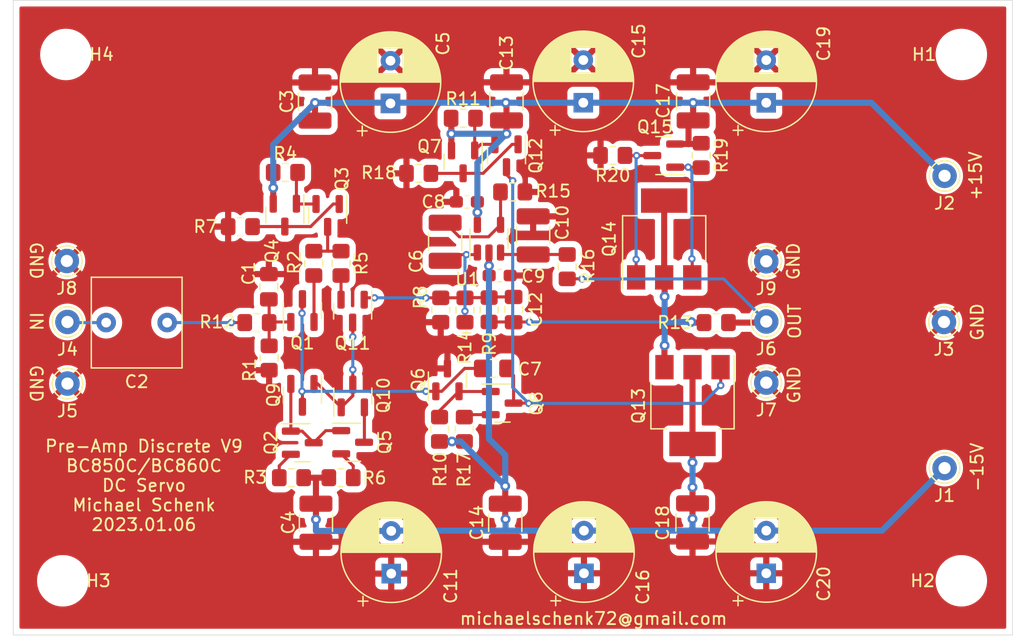
<source format=kicad_pcb>
(kicad_pcb (version 20211014) (generator pcbnew)
  (layers (0 "F.Cu" signal) (31 "B.Cu" signal) (34 "B.Paste" user) (35 "F.Paste" user) (36 "B.SilkS" user "B.Silkscreen") (37 "F.SilkS" user "F.Silkscreen") (38 "B.Mask" user) (39 "F.Mask" user) (44 "Edge.Cuts" user))
  (net 0 "")
  (net 1 "GND")
  (net 2 "+15V")
  (net 3 "Net-(C2-Pad2)")
  (net 4 "Net-(C2-Pad1)")
  (net 5 "-15V")
  (net 6 "Net-(C1-Pad2)")
  (net 7 "Net-(C7-Pad1)")
  (net 8 "Net-(C10-Pad2)")
  (net 9 "Net-(Q3-Pad3)")
  (net 10 "Net-(C7-Pad2)")
  (net 11 "Net-(Q6-Pad2)")
  (net 12 "Net-(Q2-Pad1)")
  (net 13 "Net-(Q3-Pad1)")
  (net 14 "Net-(Q3-Pad2)")
  (net 15 "Net-(C6-Pad2)")
  (net 16 "DCSERVO_OUT")
  (net 17 "DCSERVO_IN")
  (net 18 "Net-(Q1-Pad2)")
  (net 19 "Net-(Q2-Pad2)")
  (net 20 "Net-(Q10-Pad2)")
  (net 21 "Net-(Q5-Pad2)")
  (net 22 "Net-(Q11-Pad2)")
  (net 23 "Net-(Q12-Pad2)")
  (net 24 "Net-(Q12-Pad1)")
  (net 25 "Net-(Q10-Pad1)")
  (net 26 "Net-(Q11-Pad1)")
  (net 27 "Net-(Q13-Pad3)")
  (net 28 "Net-(Q8-Pad2)")
  (net 29 "Net-(Q14-Pad1)")
  (net 30 "Net-(Q14-Pad3)")
  (footprint "Capacitor_THT:C_Rect_L7.2mm_W7.2mm_P5.00mm_FKS2_FKP2_MKS2_MKP2" (layer "F.Cu") (at 134.54 122.3264 180)
    (fp_text reference "C2")
    (fp_text value "2.2uF")
  )
  (footprint "MountingHole:MountingHole_3.2mm_M3" (layer "F.Cu") (at 125.984 143.51)
    (fp_text reference "H3")
    (fp_text value "MountingHole")
  )
  (footprint "Connector_Pin:Pin_D1.0mm_L10.0mm" (layer "F.Cu") (at 126.365 122.2756)
    (fp_text reference "J4")
    (fp_text value "Conn_01x01")
  )
  (footprint "Connector_Pin:Pin_D1.0mm_L10.0mm" (layer "F.Cu") (at 126.365 127.3302)
    (fp_text reference "J5")
    (fp_text value "Conn_01x01")
  )
  (footprint "Package_TO_SOT_SMD:SOT-23" (layer "F.Cu") (at 157.5156 127.0277 90)
    (fp_text reference "Q6")
    (fp_text value "BC850C")
  )
  (footprint "Package_TO_SOT_SMD:SOT-23" (layer "F.Cu") (at 158.8008 109.1415 -90)
    (fp_text reference "Q7")
    (fp_text value "BC860C")
  )
  (footprint "Resistor_SMD:R_0805_2012Metric_Pad1.20x1.40mm_HandSolder" (layer "F.Cu") (at 142.9004 125.2314 -90)
    (fp_text reference "R1")
    (fp_text value "47k")
  )
  (footprint "Resistor_SMD:R_0805_2012Metric_Pad1.20x1.40mm_HandSolder" (layer "F.Cu") (at 146.558 117.4656 -90)
    (fp_text reference "R2")
    (fp_text value "100R")
  )
  (footprint "Resistor_SMD:R_0805_2012Metric_Pad1.20x1.40mm_HandSolder" (layer "F.Cu") (at 144.7292 135.0518)
    (fp_text reference "R3")
    (fp_text value "68R")
  )
  (footprint "Resistor_SMD:R_0805_2012Metric_Pad1.20x1.40mm_HandSolder" (layer "F.Cu") (at 148.7932 117.4656 -90)
    (fp_text reference "R5")
    (fp_text value "100R")
  )
  (footprint "Resistor_SMD:R_0805_2012Metric_Pad1.20x1.40mm_HandSolder" (layer "F.Cu") (at 148.7932 135.0518 180)
    (fp_text reference "R6")
    (fp_text value "68R")
  )
  (footprint "Resistor_SMD:R_0805_2012Metric_Pad1.20x1.40mm_HandSolder" (layer "F.Cu") (at 160.9344 121.2756 90)
    (fp_text reference "R9")
    (fp_text value "10k")
  )
  (footprint "Resistor_SMD:R_0805_2012Metric_Pad1.20x1.40mm_HandSolder" (layer "F.Cu") (at 156.8704 131.08 -90)
    (fp_text reference "R10")
    (fp_text value "1k")
  )
  (footprint "MountingHole:MountingHole_3.2mm_M3" (layer "F.Cu") (at 199.644 143.51)
    (fp_text reference "H2")
    (fp_text value "MountingHole")
  )
  (footprint "MountingHole:MountingHole_3.2mm_M3" (layer "F.Cu") (at 199.644 100.33)
    (fp_text reference "H1")
    (fp_text value "MountingHole")
  )
  (footprint "Resistor_SMD:R_0805_2012Metric_Pad1.20x1.40mm_HandSolder" (layer "F.Cu") (at 158.8168 105.5624)
    (fp_text reference "R11")
    (fp_text value "75R")
  )
  (footprint "MountingHole:MountingHole_3.2mm_M3" (layer "F.Cu") (at 126.238 100.33)
    (fp_text reference "H4")
    (fp_text value "MountingHole")
  )
  (footprint "Resistor_SMD:R_0805_2012Metric_Pad1.20x1.40mm_HandSolder" (layer "F.Cu") (at 156.9659 121.2944 -90)
    (fp_text reference "R8")
    (fp_text value "4.7k")
  )
  (footprint "Connector_Pin:Pin_D1.0mm_L10.0mm" (layer "F.Cu") (at 183.652176 122.2375)
    (fp_text reference "J6")
    (fp_text value "Conn_01x01")
  )
  (footprint "Connector_Pin:Pin_D1.0mm_L10.0mm" (layer "F.Cu") (at 183.652176 127.254)
    (fp_text reference "J7")
    (fp_text value "Conn_01x01")
  )
  (footprint "Resistor_SMD:R_0805_2012Metric_Pad1.20x1.40mm_HandSolder" (layer "F.Cu") (at 179.553376 122.3264 180)
    (fp_text reference "R13")
    (fp_text value "47R")
  )
  (footprint "Package_TO_SOT_SMD:SOT-23" (layer "F.Cu") (at 162.0012 128.9304)
    (fp_text reference "Q8")
    (fp_text value "BC850C")
  )
  (footprint "Capacitor_SMD:C_1210_3225Metric_Pad1.33x2.70mm_HandSolder" (layer "F.Cu") (at 157.3287 115.6931 90)
    (fp_text reference "C6")
    (fp_text value "1uF/16V")
  )
  (footprint "Capacitor_SMD:C_0603_1608Metric_Pad1.08x0.95mm_HandSolder" (layer "F.Cu") (at 159.1078 112.4204)
    (fp_text reference "C8")
    (fp_text value "100nF")
  )
  (footprint "Capacitor_SMD:C_0603_1608Metric_Pad1.08x0.95mm_HandSolder" (layer "F.Cu") (at 161.798 118.4656 180)
    (fp_text reference "C9")
    (fp_text value "100nF")
  )
  (footprint "Capacitor_SMD:C_1210_3225Metric_Pad1.33x2.70mm_HandSolder" (layer "F.Cu") (at 164.5423 115.1759 -90)
    (fp_text reference "C10")
    (fp_text value "1uF/16V")
  )
  (footprint "Connector_Pin:Pin_D1.0mm_L10.0mm" (layer "F.Cu") (at 198.2724 134.2644)
    (fp_text reference "J1")
    (fp_text value "Conn_01x01")
  )
  (footprint "Connector_Pin:Pin_D1.0mm_L10.0mm" (layer "F.Cu") (at 198.2724 110.2868)
    (fp_text reference "J2")
    (fp_text value "Conn_01x01")
  )
  (footprint "Connector_Pin:Pin_D1.0mm_L10.0mm" (layer "F.Cu") (at 198.2216 122.2756)
    (fp_text reference "J3")
    (fp_text value "Conn_01x01")
  )
  (footprint "Package_TO_SOT_SMD:SOT-23" (layer "F.Cu") (at 147.6949 113.5346 -90)
    (fp_text reference "Q3")
    (fp_text value "BC860C")
  )
  (footprint "Package_TO_SOT_SMD:SOT-23" (layer "F.Cu") (at 144.1856 113.5103 -90)
    (fp_text reference "Q4")
    (fp_text value "BC860C")
  )
  (footprint "Resistor_SMD:R_0805_2012Metric_Pad1.20x1.40mm_HandSolder" (layer "F.Cu") (at 144.2306 110.0074)
    (fp_text reference "R4")
    (fp_text value "150R")
  )
  (footprint "Resistor_SMD:R_0805_2012Metric_Pad1.20x1.40mm_HandSolder" (layer "F.Cu") (at 140.5382 114.4524 180)
    (fp_text reference "R7")
    (fp_text value "10k")
  )
  (footprint "Resistor_SMD:R_0805_2012Metric_Pad1.20x1.40mm_HandSolder" (layer "F.Cu") (at 158.9532 121.2944 90)
    (fp_text reference "R14")
    (fp_text value "47k")
  )
  (footprint "Resistor_SMD:R_0805_2012Metric_Pad1.20x1.40mm_HandSolder" (layer "F.Cu") (at 162.8648 111.6076)
    (fp_text reference "R15")
    (fp_text value "160k")
  )
  (footprint "Resistor_SMD:R_0805_2012Metric_Pad1.20x1.40mm_HandSolder" (layer "F.Cu") (at 167.3352 117.7384 90)
    (fp_text reference "R16")
    (fp_text value "160k")
  )
  (footprint "Package_TO_SOT_SMD:TSOT-23-5" (layer "F.Cu") (at 160.9203 115.4411 90)
    (fp_text reference "U1")
    (fp_text value "OPA188xxDBV")
  )
  (footprint "Capacitor_SMD:C_0805_2012Metric_Pad1.18x1.45mm_HandSolder" (layer "F.Cu") (at 161.3115 126.0856 180)
    (fp_text reference "C7")
    (fp_text value "270pF/2%/Film")
  )
  (footprint "Package_TO_SOT_SMD:SOT-23" (layer "F.Cu") (at 145.6284 121.3381 90)
    (fp_text reference "Q1")
    (fp_text value "BC860C")
  )
  (footprint "Package_TO_SOT_SMD:SOT-23" (layer "F.Cu") (at 145.6159 132.1816)
    (fp_text reference "Q2")
    (fp_text value "BC850C")
  )
  (footprint "Package_TO_SOT_SMD:SOT-23" (layer "F.Cu") (at 149.7432 132.1433)
    (fp_text reference "Q5")
    (fp_text value "BC850C")
  )
  (footprint "Package_TO_SOT_SMD:SOT-23" (layer "F.Cu") (at 149.7432 121.3843 -90)
    (fp_text reference "Q11")
    (fp_text value "BC860C")
  )
  (footprint "Resistor_SMD:R_0805_2012Metric_Pad1.20x1.40mm_HandSolder" (layer "F.Cu") (at 171.069776 108.6104 180)
    (fp_text reference "R20")
    (fp_text value "10k")
  )
  (footprint "Package_TO_SOT_SMD:SOT-223-3_TabPin2" (layer "F.Cu") (at 175.284176 115.468 90)
    (fp_text reference "Q14")
    (fp_text value "DZT5401")
  )
  (footprint "Capacitor_THT:CP_Radial_D8.0mm_P3.50mm" (layer "F.Cu") (at 168.7068 142.8952 90)
    (fp_text reference "C16")
    (fp_text value "220uF")
  )
  (footprint "Capacitor_SMD:C_1210_3225Metric_Pad1.33x2.70mm_HandSolder" (layer "F.Cu") (at 177.657776 104.1785 -90)
    (fp_text reference "C17")
    (fp_text value "100nF")
  )
  (footprint "Resistor_SMD:R_0805_2012Metric_Pad1.20x1.40mm_HandSolder" (layer "F.Cu") (at 158.9024 131.08 -90)
    (fp_text reference "R17")
    (fp_text value "56")
  )
  (footprint "Connector_Pin:Pin_D1.0mm_L10.0mm" (layer "F.Cu") (at 126.3142 117.2718)
    (fp_text reference "J8")
    (fp_text value "Conn_01x01")
  )
  (footprint "Package_TO_SOT_SMD:SOT-23" (layer "F.Cu") (at 162.3568 108.6381 -90)
    (fp_text reference "Q12")
    (fp_text value "BC860C")
  )
  (footprint "Capacitor_THT:CP_Radial_D8.0mm_P3.50mm" (layer "F.Cu") (at 152.846212 104.3432 90)
    (fp_text reference "C5")
    (fp_text value "220uF")
  )
  (footprint "Capacitor_SMD:C_1210_3225Metric_Pad1.33x2.70mm_HandSolder" (layer "F.Cu") (at 146.7358 138.7471 -90)
    (fp_text reference "C4")
    (fp_text value "100nF")
  )
  (footprint "Package_TO_SOT_SMD:SOT-23" (layer "F.Cu") (at 175.247076 108.6256 180)
    (fp_text reference "Q15")
    (fp_text value "BC860C")
  )
  (footprint "Resistor_SMD:R_0805_2012Metric_Pad1.20x1.40mm_HandSolder" (layer "F.Cu") (at 178.318176 108.6104 -90)
    (fp_text reference "R19")
    (fp_text value "40.2R")
  )
  (footprint "Capacitor_THT:CP_Radial_D8.0mm_P3.50mm" (layer "F.Cu") (at 183.652176 104.2924 90)
    (fp_text reference "C19")
    (fp_text value "220uF")
  )
  (footprint "Connector_Pin:Pin_D1.0mm_L10.0mm" (layer "F.Cu") (at 183.652176 117.2972)
    (fp_text reference "J9")
    (fp_text value "Conn_01x01")
  )
  (footprint "Capacitor_SMD:C_0805_2012Metric_Pad1.18x1.45mm_HandSolder" (layer "F.Cu") (at 162.941 121.2596 90)
    (fp_text reference "C12")
    (fp_text value "2.7pF/COG")
  )
  (footprint "Capacitor_THT:CP_Radial_D8.0mm_P3.50mm" (layer "F.Cu") (at 168.654107 104.2872 90)
    (fp_text reference "C15")
    (fp_text value "220uF")
  )
  (footprint "Capacitor_SMD:C_1210_3225Metric_Pad1.33x2.70mm_HandSolder" (layer "F.Cu") (at 162.3568 104.1785 -90)
    (fp_text reference "C13")
    (fp_text value "100nF")
  )
  (footprint "Resistor_SMD:R_0805_2012Metric_Pad1.20x1.40mm_HandSolder" (layer "F.Cu") (at 155.1592 110.0836 180)
    (fp_text reference "R18")
    (fp_text value "10k")
  )
  (footprint "Package_TO_SOT_SMD:SOT-23" (layer "F.Cu") (at 149.7584 128.3439 90)
    (fp_text reference "Q10")
    (fp_text value "BC850C")
  )
  (footprint "Capacitor_SMD:C_1210_3225Metric_Pad1.33x2.70mm_HandSolder" (layer "F.Cu") (at 146.6596 104.1908 -90)
    (fp_text reference "C3")
    (fp_text value "100nF")
  )
  (footprint "Resistor_SMD:R_0805_2012Metric_Pad1.20x1.40mm_HandSolder" (layer "F.Cu") (at 141.9004 122.3264)
    (fp_text reference "R12")
    (fp_text value "0R")
  )
  (footprint "Capacitor_SMD:C_1210_3225Metric_Pad1.33x2.70mm_HandSolder" (layer "F.Cu") (at 177.606976 138.7225 -90)
    (fp_text reference "C18")
    (fp_text value "100nF")
  )
  (footprint "Package_TO_SOT_SMD:SOT-223-3_TabPin2" (layer "F.Cu") (at 177.606976 129.134 -90)
    (fp_text reference "Q13")
    (fp_text value "DZT5401")
  )
  (footprint "Capacitor_SMD:C_1210_3225Metric_Pad1.33x2.70mm_HandSolder" (layer "F.Cu") (at 162.2552 138.7471 -90)
    (fp_text reference "C14")
    (fp_text value "100nF")
  )
  (footprint "Capacitor_SMD:C_0805_2012Metric_Pad1.18x1.45mm_HandSolder" (layer "F.Cu") (at 142.875 119.3839 -90)
    (fp_text reference "C1")
    (fp_text value "33p")
  )
  (footprint "Capacitor_THT:CP_Radial_D8.0mm_P3.50mm" (layer "F.Cu") (at 183.652176 142.8952 90)
    (fp_text reference "C20")
    (fp_text value "220uF")
  )
  (footprint "Capacitor_THT:CP_Radial_D8.0mm_P3.50mm" (layer "F.Cu") (at 152.908 142.9206 90)
    (fp_text reference "C11")
    (fp_text value "220uF")
  )
  (footprint "Package_TO_SOT_SMD:SOT-23" (layer "F.Cu") (at 145.6284 128.2931 -90)
    (fp_text reference "Q9")
    (fp_text value "BC850C")
  )
  (gr_line (start 203.835 95.885) (end 121.92 95.885) (layer "Edge.Cuts") (width 0.05))
  (gr_line (start 203.835 147.955) (end 203.835 95.885) (layer "Edge.Cuts") (width 0.05))
  (gr_line (start 121.92 95.885) (end 121.92 96.52) (layer "Edge.Cuts") (width 0.05))
  (gr_line (start 121.92 96.52) (end 121.92 147.955) (layer "Edge.Cuts") (width 0.05))
  (gr_line (start 121.92 147.955) (end 203.835 147.955) (layer "Edge.Cuts") (width 0.05))
  (gr_text "GND" (at 185.928 127.4318 90) (layer "F.SilkS") (effects (font (size 1 1))))
  (gr_text "OUT" (at 185.9788 122.2248 90) (layer "F.SilkS") (effects (font (size 1 1))))
  (gr_text "GND" (at 200.9521 122.2756 90) (layer "F.SilkS") (effects (font (size 1 1))))
  (gr_text "Pre-Amp Discrete V9\nBC850C/BC860C\nDC Servo\nMichael Schenk\n2023.01.06" (at 132.6388 135.6868) (layer "F.SilkS") (effects (font (size 1 1))))
  (gr_text "michaelschenk72@gmail.com" (at 169.4942 146.6088) (layer "F.SilkS") (effects (font (size 1 1))))
  (gr_text "+15V" (at 200.8124 110.2868 90) (layer "F.SilkS") (effects (font (size 1 1))))
  (gr_text "GND" (at 185.8772 117.2972 90) (layer "F.SilkS") (effects (font (size 1 1))))
  (gr_text "IN" (at 123.7996 122.2248 270) (layer "F.SilkS") (effects (font (size 1 1))))
  (gr_text "GND" (at 123.7996 117.2464 270) (layer "F.SilkS") (effects (font (size 1 1))))
  (gr_text "-15V" (at 200.9394 134.1882 90) (layer "F.SilkS") (effects (font (size 1 1))))
  (gr_text "GND" (at 123.7996 127.3302 270) (layer "F.SilkS") (effects (font (size 1 1))))
  (segment (start 162.3568 105.741) (end 162.3568 104.3432) (width 0.5) (layer "F.Cu") (net 2))
  (segment (start 146.6596 104.2924) (end 146.6596 105.7533) (width 0.5) (layer "F.Cu") (net 2))
  (segment (start 157.8356 106.8324) (end 157.8356 108.1888) (width 0.5) (layer "F.Cu") (net 2))
  (segment (start 162.3568 104.3432) (end 162.3008 104.2872) (width 0.5) (layer "F.Cu") (net 2))
  (segment (start 157.8356 106.8324) (end 157.8356 105.5812) (width 0.5) (layer "F.Cu") (net 2))
  (segment (start 143.2356 111.2724) (end 143.2356 110.0124) (width 0.5) (layer "F.Cu") (net 2))
  (segment (start 177.657776 105.741) (end 177.657776 104.2924) (width 0.5) (layer "F.Cu") (net 2))
  (segment (start 162.3568 105.741) (end 162.3568 106.8324) (width 0.5) (layer "F.Cu") (net 2))
  (segment (start 177.281776 107.6756) (end 177.281776 106.117) (width 0.5) (layer "F.Cu") (net 2))
  (segment (start 159.9703 114.3036) (end 159.9703 113.2829) (width 0.5) (layer "F.Cu") (net 2))
  (segment (start 143.2356 112.5728) (end 143.2356 111.2724) (width 0.5) (layer "F.Cu") (net 2))
  (segment (start 177.281776 107.6756) (end 178.252976 107.6756) (width 0.5) (layer "F.Cu") (net 2))
  (segment (start 159.9703 113.2829) (end 159.9703 112.4204) (width 0.5) (layer "F.Cu") (net 2))
  (segment (start 176.184576 107.6756) (end 177.281776 107.6756) (width 0.5) (layer "F.Cu") (net 2))
  (via (at 157.8356 106.8324) (size 0.8) (drill 0.4) (layers "F.Cu" "B.Cu") (net 2))
  (via (at 143.2356 111.2724) (size 0.8) (drill 0.4) (layers "F.Cu" "B.Cu") (net 2))
  (via (at 146.6596 104.2924) (size 0.8) (drill 0.4) (layers "F.Cu" "B.Cu") (net 2))
  (via (at 159.9703 113.2829) (size 0.8) (drill 0.4) (layers "F.Cu" "B.Cu") (net 2))
  (via (at 162.3008 104.2872) (size 0.8) (drill 0.4) (layers "F.Cu" "B.Cu") (net 2))
  (via (at 162.3568 106.8324) (size 0.8) (drill 0.4) (layers "F.Cu" "B.Cu") (net 2))
  (via (at 177.657776 104.2924) (size 0.8) (drill 0.4) (layers "F.Cu" "B.Cu") (net 2))
  (segment (start 177.652576 104.2872) (end 168.654107 104.2872) (width 0.5) (layer "B.Cu") (net 2))
  (segment (start 177.657776 104.2924) (end 177.652576 104.2872) (width 0.5) (layer "B.Cu") (net 2))
  (segment (start 162.3008 104.2872) (end 150.5764 104.2872) (width 0.5) (layer "B.Cu") (net 2))
  (segment (start 168.654107 104.2872) (end 162.3008 104.2872) (width 0.5) (layer "B.Cu") (net 2))
  (segment (start 162.3568 106.8324) (end 157.8356 106.8324) (width 0.5) (layer "B.Cu") (net 2))
  (segment (start 143.2356 111.2724) (end 143.2356 107.7164) (width 0.5) (layer "B.Cu") (net 2))
  (segment (start 143.2356 107.7164) (end 146.6596 104.2924) (width 0.5) (layer "B.Cu") (net 2))
  (segment (start 159.9703 109.2189) (end 162.3568 106.8324) (width 0.5) (layer "B.Cu") (net 2))
  (segment (start 150.5764 104.2872) (end 150.5712 104.2924) (width 0.5) (layer "B.Cu") (net 2))
  (segment (start 150.5712 104.2924) (end 146.6596 104.2924) (width 0.5) (layer "B.Cu") (net 2))
  (segment (start 183.652176 104.2924) (end 177.657776 104.2924) (width 0.5) (layer "B.Cu") (net 2))
  (segment (start 183.652176 104.2924) (end 192.278 104.2924) (width 0.5) (layer "B.Cu") (net 2))
  (segment (start 192.278 104.2924) (end 198.2724 110.2868) (width 0.5) (layer "B.Cu") (net 2))
  (segment (start 159.9703 113.2829) (end 159.9703 109.2189) (width 0.5) (layer "B.Cu") (net 2))
  (segment (start 129.54 122.3264) (end 126.4158 122.3264) (width 0.25) (layer "B.Cu") (net 3))
  (segment (start 140.9004 122.3264) (end 139.8016 122.3264) (width 0.25) (layer "F.Cu") (net 4))
  (via (at 139.8016 122.3264) (size 0.6) (drill 0.3) (layers "F.Cu" "B.Cu") (net 4))
  (segment (start 139.8016 122.3264) (end 134.54 122.3264) (width 0.25) (layer "B.Cu") (net 4))
  (segment (start 146.7358 138.4808) (end 146.7358 137.1846) (width 0.5) (layer "F.Cu") (net 5))
  (segment (start 146.7358 135.0518) (end 145.7292 135.0518) (width 0.5) (layer "F.Cu") (net 5))
  (segment (start 160.9203 117.6669) (end 160.9203 118.4504) (width 0.5) (layer "F.Cu") (net 5))
  (segment (start 177.606976 132.284) (end 177.606976 125.984) (width 0.5) (layer "F.Cu") (net 5))
  (segment (start 146.7358 137.1846) (end 146.7358 135.0518) (width 0.5) (layer "F.Cu") (net 5))
  (segment (start 177.606976 133.8072) (end 177.606976 132.284) (width 0.5) (layer "F.Cu") (net 5))
  (segment (start 162.2552 137.1846) (end 162.2552 138.43) (width 0.5) (layer "F.Cu") (net 5))
  (segment (start 160.9203 116.5786) (end 160.9203 117.6669) (width 0.5) (layer "F.Cu") (net 5))
  (segment (start 177.606976 137.16) (end 177.606976 138.43) (width 0.5) (layer "F.Cu") (net 5))
  (segment (start 147.7932 135.0518) (end 146.7358 135.0518) (width 0.5) (layer "F.Cu") (net 5))
  (segment (start 177.606976 137.16) (end 177.606976 135.8392) (width 0.5) (layer "F.Cu") (net 5))
  (segment (start 162.2552 138.43) (end 162.2806 138.4554) (width 0.5) (layer "F.Cu") (net 5))
  (segment (start 158.9024 132.08) (end 157.8864 132.08) (width 0.5) (layer "F.Cu") (net 5))
  (segment (start 162.2552 137.1846) (end 162.2552 135.7376) (width 0.5) (layer "F.Cu") (net 5))
  (segment (start 157.8864 132.08) (end 156.8704 132.08) (width 0.5) (layer "F.Cu") (net 5))
  (via (at 162.2552 135.7376) (size 0.8) (drill 0.4) (layers "F.Cu" "B.Cu") (net 5))
  (via (at 177.606976 138.43) (size 0.8) (drill 0.4) (layers "F.Cu" "B.Cu") (net 5))
  (via (at 160.9203 117.6669) (size 0.8) (drill 0.4) (layers "F.Cu" "B.Cu") (net 5))
  (via (at 177.606976 135.8392) (size 0.8) (drill 0.4) (layers "F.Cu" "B.Cu") (net 5))
  (via (at 162.2806 138.4554) (size 0.8) (drill 0.4) (layers "F.Cu" "B.Cu") (net 5))
  (via (at 146.7358 138.4808) (size 0.8) (drill 0.4) (layers "F.Cu" "B.Cu") (net 5))
  (via (at 177.606976 133.8072) (size 0.8) (drill 0.4) (layers "F.Cu" "B.Cu") (net 5))
  (via (at 157.8864 132.08) (size 0.8) (drill 0.4) (layers "F.Cu" "B.Cu") (net 5))
  (segment (start 158.5976 132.08) (end 157.8864 132.08) (width 0.5) (layer "B.Cu") (net 5))
  (segment (start 177.606976 138.43) (end 177.606976 139.192) (width 0.5) (layer "B.Cu") (net 5))
  (segment (start 177.403776 139.3952) (end 168.7068 139.3952) (width 0.5) (layer "B.Cu") (net 5))
  (segment (start 183.652176 139.3952) (end 177.403776 139.3952) (width 0.5) (layer "B.Cu") (net 5))
  (segment (start 168.7068 139.3952) (end 162.2806 139.3952) (width 0.5) (layer "B.Cu") (net 5))
  (segment (start 162.2552 133.1976) (end 162.2552 135.7376) (width 0.5) (layer "B.Cu") (net 5))
  (segment (start 162.2806 138.4554) (end 162.2806 139.3952) (width 0.5) (layer "B.Cu") (net 5))
  (segment (start 160.9203 131.8627) (end 162.2552 133.1976) (width 0.5) (layer "B.Cu") (net 5))
  (segment (start 193.1416 139.3952) (end 198.2724 134.2644) (width 0.5) (layer "B.Cu") (net 5))
  (segment (start 162.2552 135.7376) (end 158.5976 132.08) (width 0.5) (layer "B.Cu") (net 5))
  (segment (start 177.606976 139.192) (end 177.403776 139.3952) (width 0.5) (layer "B.Cu") (net 5))
  (segment (start 183.652176 139.3952) (end 193.1416 139.3952) (width 0.5) (layer "B.Cu") (net 5))
  (segment (start 177.606976 135.8392) (end 177.606976 133.8072) (width 0.5) (layer "B.Cu") (net 5))
  (segment (start 162.2806 139.3952) (end 152.9334 139.3952) (width 0.5) (layer "B.Cu") (net 5))
  (segment (start 146.7358 139.4206) (end 146.7358 138.4808) (width 0.5) (layer "B.Cu") (net 5))
  (segment (start 152.908 139.4206) (end 146.7358 139.4206) (width 0.5) (layer "B.Cu") (net 5))
  (segment (start 160.9203 117.6669) (end 160.9203 131.8627) (width 0.5) (layer "B.Cu") (net 5))
  (segment (start 142.9004 122.3264) (end 142.9004 120.4468) (width 0.25) (layer "F.Cu") (net 6))
  (segment (start 142.9004 124.2314) (end 142.9004 122.3264) (width 0.25) (layer "F.Cu") (net 6))
  (segment (start 144.6784 122.2756) (end 142.9512 122.2756) (width 0.25) (layer "F.Cu") (net 6))
  (segment (start 164.1602 128.9304) (end 164.1856 128.9558) (width 0.25) (layer "F.Cu") (net 7))
  (segment (start 162.9387 126.6753) (end 162.349 126.0856) (width 0.25) (layer "F.Cu") (net 7))
  (segment (start 162.9387 128.9304) (end 162.9387 126.6753) (width 0.25) (layer "F.Cu") (net 7))
  (segment (start 162.3568 110.1852) (end 162.8648 110.6932) (width 0.25) (layer "F.Cu") (net 7))
  (segment (start 179.918376 127.4826) (end 179.918376 125.9954) (width 0.25) (layer "F.Cu") (net 7))
  (segment (start 162.9387 128.9304) (end 164.1602 128.9304) (width 0.25) (layer "F.Cu") (net 7))
  (via (at 179.918376 127.4826) (size 0.6) (drill 0.3) (layers "F.Cu" "B.Cu") (net 7))
  (via (at 162.8648 110.6932) (size 0.6) (drill 0.3) (layers "F.Cu" "B.Cu") (net 7))
  (via (at 164.1856 128.9558) (size 0.6) (drill 0.3) (layers "F.Cu" "B.Cu") (net 7))
  (segment (start 178.445176 128.9558) (end 179.918376 127.4826) (width 0.25) (layer "B.Cu") (net 7))
  (segment (start 162.8648 110.6932) (end 162.8648 127.635) (width 0.25) (layer "B.Cu") (net 7))
  (segment (start 164.1856 128.9558) (end 178.445176 128.9558) (width 0.25) (layer "B.Cu") (net 7))
  (segment (start 162.8648 127.635) (end 164.1856 128.9558) (width 0.25) (layer "B.Cu") (net 7))
  (segment (start 167.3352 116.7384) (end 164.5423 116.7384) (width 0.25) (layer "F.Cu") (net 8))
  (segment (start 164.5423 116.7384) (end 161.883 116.7384) (width 0.25) (layer "F.Cu") (net 8))
  (segment (start 148.7932 116.4656) (end 147.7584 116.4656) (width 0.25) (layer "F.Cu") (net 9))
  (segment (start 147.6949 116.4021) (end 147.7584 116.4656) (width 0.25) (layer "F.Cu") (net 9))
  (segment (start 147.7584 116.4656) (end 146.558 116.4656) (width 0.25) (layer "F.Cu") (net 9))
  (segment (start 147.6949 114.4721) (end 147.6949 116.4021) (width 0.25) (layer "F.Cu") (net 9))
  (segment (start 156.5656 127.9652) (end 157.049851 127.9652) (width 0.25) (layer "F.Cu") (net 10))
  (segment (start 145.6284 129.2306) (end 145.6284 128.0008) (width 0.25) (layer "F.Cu") (net 10))
  (segment (start 155.7528 127.9652) (end 156.5656 127.9652) (width 0.25) (layer "F.Cu") (net 10))
  (segment (start 145.5928 121.5644) (end 145.5928 120.4362) (width 0.25) (layer "F.Cu") (net 10))
  (segment (start 158.929451 126.0856) (end 160.274 126.0856) (width 0.25) (layer "F.Cu") (net 10))
  (segment (start 145.6284 128.0008) (end 145.5928 127.9652) (width 0.25) (layer "F.Cu") (net 10))
  (segment (start 157.049851 127.9652) (end 158.929451 126.0856) (width 0.25) (layer "F.Cu") (net 10))
  (via (at 155.7528 127.9652) (size 0.6) (drill 0.3) (layers "F.Cu" "B.Cu") (net 10))
  (via (at 145.5928 127.9652) (size 0.6) (drill 0.3) (layers "F.Cu" "B.Cu") (net 10))
  (via (at 145.5928 121.5644) (size 0.6) (drill 0.3) (layers "F.Cu" "B.Cu") (net 10))
  (segment (start 145.5928 127.9652) (end 145.5928 121.5644) (width 0.25) (layer "B.Cu") (net 10))
  (segment (start 145.5928 127.9652) (end 155.7528 127.9652) (width 0.25) (layer "B.Cu") (net 10))
  (segment (start 158.4656 127.9652) (end 156.8704 129.5604) (width 0.25) (layer "F.Cu") (net 11))
  (segment (start 161.0637 127.9804) (end 158.4808 127.9804) (width 0.25) (layer "F.Cu") (net 11))
  (segment (start 156.8704 129.5604) (end 156.8704 130.08) (width 0.25) (layer "F.Cu") (net 11))
  (segment (start 144.6784 127.3556) (end 144.6784 131.2316) (width 0.25) (layer "F.Cu") (net 12))
  (segment (start 145.6034 131.2316) (end 146.5534 132.1816) (width 0.25) (layer "F.Cu") (net 12))
  (segment (start 144.6784 131.2316) (end 145.6034 131.2316) (width 0.25) (layer "F.Cu") (net 12))
  (segment (start 147.5417 131.1933) (end 146.5534 132.1816) (width 0.25) (layer "F.Cu") (net 12))
  (segment (start 148.8057 131.1933) (end 147.5417 131.1933) (width 0.25) (layer "F.Cu") (net 12))
  (segment (start 148.154151 112.5971) (end 148.6449 112.5971) (width 0.25) (layer "F.Cu") (net 13))
  (segment (start 144.1856 114.4478) (end 141.5428 114.4478) (width 0.25) (layer "F.Cu") (net 13))
  (segment (start 144.1856 114.4478) (end 146.303451 114.4478) (width 0.25) (layer "F.Cu") (net 13))
  (segment (start 146.303451 114.4478) (end 148.154151 112.5971) (width 0.25) (layer "F.Cu") (net 13))
  (segment (start 146.7449 112.5971) (end 145.1599 112.5971) (width 0.25) (layer "F.Cu") (net 14))
  (segment (start 145.1356 112.5728) (end 145.1356 110.1024) (width 0.25) (layer "F.Cu") (net 14))
  (segment (start 161.8703 114.3036) (end 161.8703 111.6131) (width 0.25) (layer "F.Cu") (net 15))
  (segment (start 161.8703 114.3036) (end 160.8828 115.2911) (width 0.25) (layer "F.Cu") (net 15))
  (segment (start 158.4892 115.2911) (end 157.3287 114.1306) (width 0.25) (layer "F.Cu") (net 15))
  (segment (start 160.8828 115.2911) (end 158.4892 115.2911) (width 0.25) (layer "F.Cu") (net 15))
  (segment (start 159.0686 116.7511) (end 157.8332 116.7511) (width 0.25) (layer "F.Cu") (net 16))
  (segment (start 158.9532 122.2944) (end 158.9532 121.3939) (width 0.25) (layer "F.Cu") (net 16))
  (segment (start 159.9703 116.7511) (end 159.0686 116.7511) (width 0.25) (layer "F.Cu") (net 16))
  (via (at 159.0686 116.7511) (size 0.6) (drill 0.3) (layers "F.Cu" "B.Cu") (net 16))
  (via (at 158.9532 121.3939) (size 0.6) (drill 0.3) (layers "F.Cu" "B.Cu") (net 16))
  (segment (start 158.9532 121.3939) (end 158.9532 116.8665) (width 0.25) (layer "B.Cu") (net 16))
  (segment (start 158.9532 116.8665) (end 159.0686 116.7511) (width 0.25) (layer "B.Cu") (net 16))
  (segment (start 167.3352 118.7384) (end 168.5478 118.7384) (width 0.25) (layer "F.Cu") (net 17))
  (segment (start 180.553376 122.3264) (end 183.563276 122.3264) (width 0.5) (layer "F.Cu") (net 17))
  (segment (start 168.5478 118.7384) (end 168.5544 118.745) (width 0.25) (layer "F.Cu") (net 17))
  (via (at 168.5544 118.745) (size 0.6) (drill 0.3) (layers "F.Cu" "B.Cu") (net 17))
  (segment (start 180.159676 118.745) (end 183.652176 122.2375) (width 0.25) (layer "B.Cu") (net 17))
  (segment (start 168.5544 118.745) (end 180.159676 118.745) (width 0.25) (layer "B.Cu") (net 17))
  (segment (start 146.5784 122.2756) (end 146.5784 118.486) (width 0.25) (layer "F.Cu") (net 18))
  (segment (start 143.7292 134.0808) (end 144.6784 133.1316) (width 0.25) (layer "F.Cu") (net 19))
  (segment (start 143.7292 135.0518) (end 143.7292 134.0808) (width 0.25) (layer "F.Cu") (net 19))
  (segment (start 150.7084 129.2814) (end 150.7084 132.1156) (width 0.25) (layer "F.Cu") (net 20))
  (segment (start 149.7932 135.0518) (end 149.7932 134.0808) (width 0.25) (layer "F.Cu") (net 21))
  (segment (start 149.7932 134.0808) (end 148.8057 133.0933) (width 0.25) (layer "F.Cu") (net 21))
  (segment (start 148.7932 120.4468) (end 148.7932 118.4656) (width 0.25) (layer "F.Cu") (net 22))
  (segment (start 161.4068 107.7006) (end 160.2542 107.7006) (width 0.25) (layer "F.Cu") (net 23))
  (segment (start 160.2542 107.7006) (end 159.7508 108.204) (width 0.25) (layer "F.Cu") (net 23))
  (segment (start 159.7508 108.204) (end 159.7508 105.6284) (width 0.25) (layer "F.Cu") (net 23))
  (segment (start 156.1592 110.0836) (end 158.7962 110.0836) (width 0.25) (layer "F.Cu") (net 24))
  (segment (start 163.3068 107.7006) (end 162.822549 107.7006) (width 0.25) (layer "F.Cu") (net 24))
  (segment (start 162.822549 107.7006) (end 160.444149 110.079) (width 0.25) (layer "F.Cu") (net 24))
  (segment (start 160.444149 110.079) (end 158.8008 110.079) (width 0.25) (layer "F.Cu") (net 24))
  (segment (start 149.7584 127.4064) (end 149.7584 128.3314) (width 0.25) (layer "F.Cu") (net 25))
  (segment (start 149.7584 128.3314) (end 148.8084 129.2814) (width 0.25) (layer "F.Cu") (net 25))
  (segment (start 146.8826 127.3556) (end 148.8084 129.2814) (width 0.25) (layer "F.Cu") (net 25))
  (segment (start 146.5784 127.3556) (end 146.8826 127.3556) (width 0.25) (layer "F.Cu") (net 25))
  (segment (start 149.7584 123.4948) (end 149.7584 122.337) (width 0.25) (layer "F.Cu") (net 25))
  (segment (start 149.7584 127.4064) (end 149.7584 126.1872) (width 0.25) (layer "F.Cu") (net 25))
  (via (at 149.7584 126.1872) (size 0.6) (drill 0.3) (layers "F.Cu" "B.Cu") (net 25))
  (via (at 149.7584 123.4948) (size 0.6) (drill 0.3) (layers "F.Cu" "B.Cu") (net 25))
  (segment (start 149.7584 126.1872) (end 149.7584 123.4948) (width 0.25) (layer "B.Cu") (net 25))
  (segment (start 151.5364 120.2944) (end 150.8456 120.2944) (width 0.25) (layer "F.Cu") (net 26))
  (segment (start 160.9344 120.2756) (end 158.972 120.2756) (width 0.25) (layer "F.Cu") (net 26))
  (segment (start 162.941 120.2221) (end 160.9879 120.2221) (width 0.25) (layer "F.Cu") (net 26))
  (segment (start 158.9532 120.2944) (end 156.9659 120.2944) (width 0.25) (layer "F.Cu") (net 26))
  (segment (start 160.9879 120.2221) (end 160.9344 120.2756) (width 0.25) (layer "F.Cu") (net 26))
  (segment (start 156.9659 120.2944) (end 155.7528 120.2944) (width 0.25) (layer "F.Cu") (net 26))
  (via (at 155.7528 120.2944) (size 0.6) (drill 0.3) (layers "F.Cu" "B.Cu") (net 26))
  (via (at 151.5364 120.2944) (size 0.6) (drill 0.3) (layers "F.Cu" "B.Cu") (net 26))
  (segment (start 155.7528 120.2944) (end 151.5364 120.2944) (width 0.25) (layer "B.Cu") (net 26))
  (segment (start 175.306976 125.984) (end 175.306976 124.22) (width 0.5) (layer "F.Cu") (net 27))
  (segment (start 177.556176 122.3264) (end 177.505376 122.2756) (width 0.5) (layer "F.Cu") (net 27))
  (segment (start 160.9344 122.2756) (end 164.2364 122.2756) (width 0.25) (layer "F.Cu") (net 27))
  (segment (start 175.306976 124.22) (end 175.320976 124.206) (width 0.5) (layer "F.Cu") (net 27))
  (segment (start 175.284176 118.618) (end 175.284176 112.318) (width 0.5) (layer "F.Cu") (net 27))
  (segment (start 178.553376 122.3264) (end 177.556176 122.3264) (width 0.5) (layer "F.Cu") (net 27))
  (segment (start 175.320976 120.1928) (end 175.320976 118.6548) (width 0.5) (layer "F.Cu") (net 27))
  (via (at 175.320976 120.1928) (size 0.8) (drill 0.4) (layers "F.Cu" "B.Cu") (net 27))
  (via (at 175.320976 124.206) (size 0.8) (drill 0.4) (layers "F.Cu" "B.Cu") (net 27))
  (via (at 164.2364 122.2756) (size 0.6) (drill 0.3) (layers "F.Cu" "B.Cu") (net 27))
  (via (at 177.505376 122.2756) (size 0.8) (drill 0.4) (layers "F.Cu" "B.Cu") (net 27))
  (segment (start 175.320976 124.206) (end 175.320976 122.3772) (width 0.5) (layer "B.Cu") (net 27))
  (segment (start 175.320976 122.3772) (end 175.320976 120.1928) (width 0.5) (layer "B.Cu") (net 27))
  (segment (start 175.422576 122.2756) (end 175.320976 122.3772) (width 0.5) (layer "B.Cu") (net 27))
  (segment (start 177.505376 122.2756) (end 175.422576 122.2756) (width 0.5) (layer "B.Cu") (net 27))
  (segment (start 164.2364 122.2756) (end 175.422576 122.2756) (width 0.25) (layer "B.Cu") (net 27))
  (segment (start 161.0637 129.8804) (end 159.102 129.8804) (width 0.25) (layer "F.Cu") (net 28))
  (segment (start 172.984176 118.618) (end 172.984176 117.1448) (width 0.25) (layer "F.Cu") (net 29))
  (segment (start 173.019776 108.6256) (end 172.084976 108.6256) (width 0.25) (layer "F.Cu") (net 29))
  (segment (start 174.309576 108.6256) (end 173.019776 108.6256) (width 0.25) (layer "F.Cu") (net 29))
  (via (at 173.019776 108.6256) (size 0.6) (drill 0.3) (layers "F.Cu" "B.Cu") (net 29))
  (via (at 172.984176 117.1448) (size 0.6) (drill 0.3) (layers "F.Cu" "B.Cu") (net 29))
  (segment (start 172.984176 117.1448) (end 172.984176 108.6612) (width 0.25) (layer "B.Cu") (net 29))
  (segment (start 172.984176 108.6612) (end 173.019776 108.6256) (width 0.25) (layer "B.Cu") (net 29))
  (segment (start 177.584176 117.122) (end 177.556176 117.094) (width 0.25) (layer "F.Cu") (net 30))
  (segment (start 176.184576 109.5756) (end 177.251376 109.5756) (width 0.25) (layer "F.Cu") (net 30))
  (segment (start 177.584176 118.618) (end 177.584176 117.122) (width 0.25) (layer "F.Cu") (net 30))
  (segment (start 177.251376 109.5756) (end 178.283376 109.5756) (width 0.25) (layer "F.Cu") (net 30))
  (via (at 177.556176 117.094) (size 0.6) (drill 0.3) (layers "F.Cu" "B.Cu") (net 30))
  (via (at 177.251376 109.5756) (size 0.6) (drill 0.3) (layers "F.Cu" "B.Cu") (net 30))
  (segment (start 177.556176 117.094) (end 177.556176 109.8804) (width 0.25) (layer "B.Cu") (net 30))
  (segment (start 177.556176 109.8804) (end 177.251376 109.5756) (width 0.25) (layer "B.Cu") (net 30))
  (zone (net 1) (net_name "GND") (layer "F.Cu") (connect_pads (clearance 0.508)) (min_thickness 0.254) (fill yes (thermal_gap 0.508) (thermal_bridge_width 0.508))
    (polygon (pts (xy 203.835 147.955) (xy 121.92 147.955) (xy 121.92 95.885) (xy 203.835 95.885)))
  )
)
</source>
